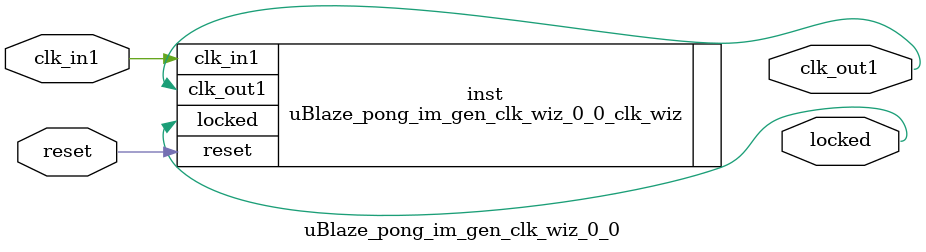
<source format=v>


`timescale 1ps/1ps

(* CORE_GENERATION_INFO = "uBlaze_pong_im_gen_clk_wiz_0_0,clk_wiz_v6_0_10_0_0,{component_name=uBlaze_pong_im_gen_clk_wiz_0_0,use_phase_alignment=true,use_min_o_jitter=false,use_max_i_jitter=false,use_dyn_phase_shift=false,use_inclk_switchover=false,use_dyn_reconfig=false,enable_axi=0,feedback_source=FDBK_AUTO,PRIMITIVE=MMCM,num_out_clk=1,clkin1_period=10.000,clkin2_period=10.000,use_power_down=false,use_reset=true,use_locked=true,use_inclk_stopped=false,feedback_type=SINGLE,CLOCK_MGR_TYPE=NA,manual_override=false}" *)

module uBlaze_pong_im_gen_clk_wiz_0_0 
 (
  // Clock out ports
  output        clk_out1,
  // Status and control signals
  input         reset,
  output        locked,
 // Clock in ports
  input         clk_in1
 );

  uBlaze_pong_im_gen_clk_wiz_0_0_clk_wiz inst
  (
  // Clock out ports  
  .clk_out1(clk_out1),
  // Status and control signals               
  .reset(reset), 
  .locked(locked),
 // Clock in ports
  .clk_in1(clk_in1)
  );

endmodule

</source>
